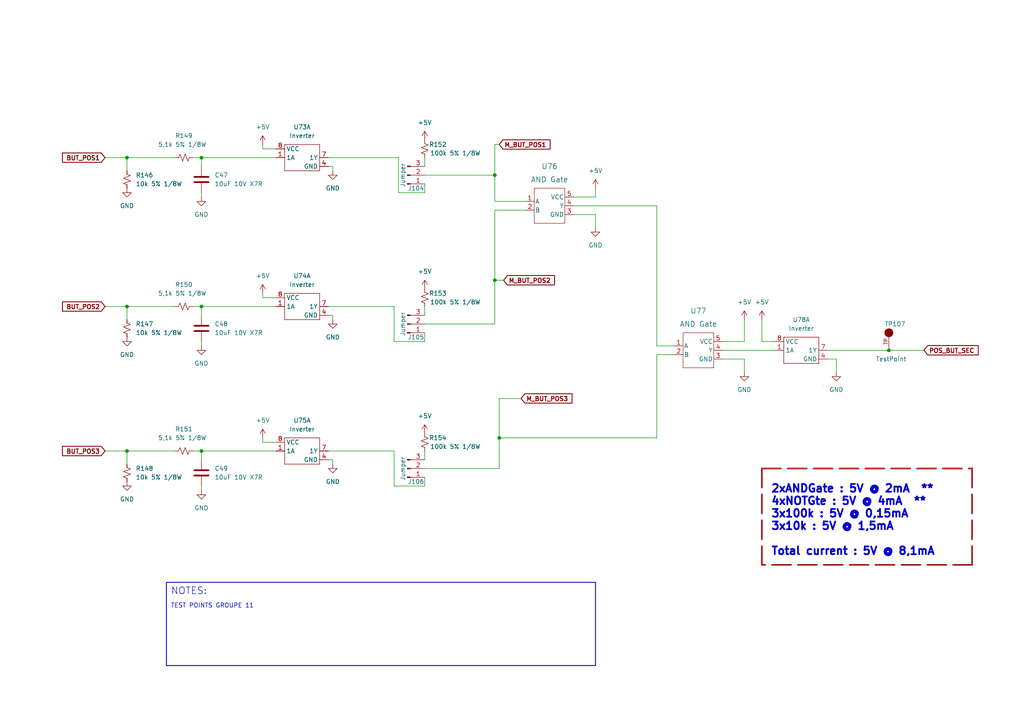
<source format=kicad_sch>
(kicad_sch (version 20211123) (generator eeschema)
  (paper "A4")
  (lib_symbols
    (symbol "Connector:Conn_01x03_Male" (pin_names (offset 1.016) hide)
      (property "Reference" "J" (at 0 5.08 0))
      (property "Value" "Conn_01x03_Male" (at 0 -5.08 0))
      (symbol "Conn_01x03_Male_1_1"
        (polyline (pts (xy 1.27 -2.54) (xy 0.8636 -2.54)) (stroke (width 0.1524)))
        (polyline (pts (xy 1.27 0) (xy 0.8636 0)) (stroke (width 0.1524)))
        (polyline (pts (xy 1.27 2.54) (xy 0.8636 2.54)) (stroke (width 0.1524)))
        (rectangle (start 0.8636 -2.413) (end 0 -2.667) (stroke (width 0.1524)) (fill (type outline)))
        (rectangle (start 0.8636 0.127) (end 0 -0.127) (stroke (width 0.1524)) (fill (type outline)))
        (rectangle (start 0.8636 2.667) (end 0 2.413) (stroke (width 0.1524)) (fill (type outline)))
        (pin passive line (at 5.08 2.54 180) (length 3.81) (name "Pin_1") (number "1"))
        (pin passive line (at 5.08 0 180) (length 3.81) (name "Pin_2") (number "2"))
        (pin passive line (at 5.08 -2.54 180) (length 3.81) (name "Pin_3") (number "3"))
      )
    )
    (symbol "Device:C" (pin_numbers hide) (pin_names (offset 0.254))
      (property "Reference" "C" (at 0.635 2.54 0))
      (property "Value" "C" (at 0.635 -2.54 0))
      (symbol "C_0_1"
        (polyline (pts (xy -2.032 -0.762) (xy 2.032 -0.762)) (stroke (width 0.508)))
        (polyline (pts (xy -2.032 0.762) (xy 2.032 0.762)) (stroke (width 0.508)))
      )
      (symbol "C_1_1"
        (pin passive line (at 0 3.81 270) (length 2.794) (name "~") (number "1"))
        (pin passive line (at 0 -3.81 90) (length 2.794) (name "~") (number "2"))
      )
    )
    (symbol "Device:R_Small_US" (pin_numbers hide) (pin_names (offset 0.254) hide)
      (property "Reference" "R" (at 0.762 0.508 0))
      (property "Value" "R_Small_US" (at 0.762 -1.016 0))
      (symbol "R_Small_US_1_1"
        (polyline (pts (xy 0 0) (xy 1.016 -0.381) (xy 0 -0.762) (xy -1.016 -1.143) (xy 0 -1.524)))
        (polyline (pts (xy 0 1.524) (xy 1.016 1.143) (xy 0 0.762) (xy -1.016 0.381) (xy 0 0)))
        (pin passive line (at 0 2.54 270) (length 1.016) (name "~") (number "1"))
        (pin passive line (at 0 -2.54 90) (length 1.016) (name "~") (number "2"))
      )
    )
    (symbol "SymLib:5005" (pin_names (offset 1.016))
      (property "Reference" "TP" (at -2.54 2.54 0))
      (property "Value" "5005" (at -2.54 -3.81 0))
      (symbol "5005_0_0"
        (circle (center 0 0) (radius 0.635) (stroke (width 1.27)))
        (pin passive line (at -5.08 0 0) (length 5.08) (name "~") (number "TP"))
      )
    )
    (symbol "SymLib:SN74LVC1G08DBVR" (pin_names (offset 0.254))
      (property "Reference" "U" (at 25.4 10.16 0))
      (property "Value" "SN74LVC1G08DBVR" (at 25.4 7.62 0))
      (symbol "SN74LVC1G08DBVR_0_1"
        (polyline (pts (xy 20.32 -7.62) (xy 29.21 -7.62)) (stroke (width 0.127)))
        (polyline (pts (xy 20.32 2.54) (xy 20.32 -7.62)) (stroke (width 0.127)))
        (polyline (pts (xy 29.21 -7.62) (xy 29.21 2.54)) (stroke (width 0.127)))
        (polyline (pts (xy 29.21 2.54) (xy 20.32 2.54)) (stroke (width 0.127)))
        (pin input line (at 17.78 -1.27 0) (length 2.54) (name "A") (number "1"))
        (pin input line (at 17.78 -3.81 0) (length 2.54) (name "B") (number "2"))
        (pin power_in line (at 31.75 -5.08 180) (length 2.54) (name "GND") (number "3"))
        (pin output line (at 31.75 -2.54 180) (length 2.54) (name "Y") (number "4"))
        (pin power_in line (at 31.75 0 180) (length 2.54) (name "VCC") (number "5"))
      )
    )
    (symbol "SymLib:SN74LVC3G14DCUT_V2"
      (property "Reference" "U" (at -3.81 5.08 0))
      (property "Value" "SN74LVC3G14DCUT_V2" (at 0 -5.08 0))
      (symbol "SN74LVC3G14DCUT_V2_0_1"
        (rectangle (start -5.08 -3.81) (end 5.08 -3.81))
        (rectangle (start -5.08 3.81) (end -5.08 -3.81))
        (rectangle (start -5.08 3.81) (end 5.08 3.81))
        (rectangle (start 5.08 3.81) (end 5.08 -3.81))
      )
      (symbol "SN74LVC3G14DCUT_V2_1_1"
        (pin bidirectional line (at -7.62 0 0) (length 2.54) (name "1A") (number "1"))
        (pin bidirectional line (at 7.62 -2.54 180) (length 2.54) (name "GND") (number "4"))
        (pin output line (at 7.62 0 180) (length 2.54) (name "1Y") (number "7"))
        (pin bidirectional line (at -7.62 2.54 0) (length 2.54) (name "VCC") (number "8"))
      )
      (symbol "SN74LVC3G14DCUT_V2_2_1"
        (pin bidirectional line (at -7.62 0 0) (length 2.54) (name "2A") (number "3"))
        (pin output line (at 7.62 0 180) (length 2.54) (name "2Y") (number "5"))
      )
      (symbol "SN74LVC3G14DCUT_V2_3_1"
        (pin output line (at 7.62 0 180) (length 2.54) (name "3Y") (number "2"))
        (pin bidirectional line (at -7.62 0 0) (length 2.54) (name "3A") (number "6"))
      )
    )
    (symbol "power:+5V" (power) (pin_names (offset 0))
      (property "Value" "+5V" (at 0 3.556 0))
      (symbol "+5V_0_1"
        (polyline (pts (xy -0.762 1.27) (xy 0 2.54)))
        (polyline (pts (xy 0 0) (xy 0 2.54)))
        (polyline (pts (xy 0 2.54) (xy 0.762 1.27)))
      )
      (symbol "+5V_1_1"
        (pin power_in line (at 0 0 90) (length 0) hide (name "+5V") (number "1"))
      )
    )
    (symbol "power:GND" (power) (pin_names (offset 0))
      (property "Value" "GND" (at 0 -3.81 0))
      (symbol "GND_0_1"
        (polyline (pts (xy 0 0) (xy 0 -1.27) (xy 1.27 -1.27) (xy 0 -2.54) (xy -1.27 -1.27) (xy 0 -1.27)))
      )
      (symbol "GND_1_1"
        (pin power_in line (at 0 0 270) (length 0) hide (name "GND") (number "1"))
      )
    )
  )
  (junction (at 257.81 101.6))
  (junction (at 143.51 81.28))
  (junction (at 58.42 88.9))
  (junction (at 36.83 45.72))
  (junction (at 58.42 45.72))
  (junction (at 36.83 88.9))
  (junction (at 143.51 50.8))
  (junction (at 58.42 130.81))
  (junction (at 36.83 130.81))
  (junction (at 144.78 127))
  (wire (pts (xy 123.19 91.44) (xy 123.19 88.9)))
  (wire (pts (xy 123.19 135.89) (xy 144.78 135.89)))
  (wire (pts (xy 80.01 43.18) (xy 76.2 43.18)))
  (wire (pts (xy 144.78 41.91) (xy 143.51 41.91)))
  (wire (pts (xy 58.42 130.81) (xy 58.42 133.35)))
  (wire (pts (xy 209.55 99.06) (xy 215.9 99.06)))
  (wire (pts (xy 114.3 140.97) (xy 114.3 130.81)))
  (wire (pts (xy 123.19 50.8) (xy 143.51 50.8)))
  (wire (pts (xy 144.78 127) (xy 190.5 127)))
  (polyline (pts (xy 48.26 168.91) (xy 48.26 193.04)) (stroke (width 0.25) (type solid)))
  (wire (pts (xy 151.13 115.57) (xy 144.78 115.57)))
  (wire (pts (xy 58.42 45.72) (xy 55.88 45.72)))
  (wire (pts (xy 190.5 59.69) (xy 190.5 100.33)))
  (wire (pts (xy 95.25 91.44) (xy 96.52 91.44)))
  (wire (pts (xy 115.57 45.72) (xy 95.25 45.72)))
  (wire (pts (xy 123.19 48.26) (xy 123.19 45.72)))
  (wire (pts (xy 36.83 130.81) (xy 50.8 130.81)))
  (wire (pts (xy 36.83 130.81) (xy 36.83 134.62)))
  (wire (pts (xy 58.42 45.72) (xy 80.01 45.72)))
  (polyline (pts (xy 220.98 135.89) (xy 281.94 135.89)) (stroke (width 0.5) (type dash) (color 168 29 29 1)))
  (wire (pts (xy 143.51 60.96) (xy 143.51 81.28)))
  (wire (pts (xy 114.3 99.06) (xy 114.3 88.9)))
  (wire (pts (xy 58.42 130.81) (xy 80.01 130.81)))
  (wire (pts (xy 123.19 96.52) (xy 123.19 99.06)))
  (polyline (pts (xy 172.72 193.04) (xy 48.26 193.04)) (stroke (width 0.25) (type solid)))
  (wire (pts (xy 215.9 104.14) (xy 215.9 107.95)))
  (wire (pts (xy 95.25 88.9) (xy 114.3 88.9)))
  (wire (pts (xy 58.42 88.9) (xy 58.42 91.44)))
  (wire (pts (xy 123.19 53.34) (xy 123.19 55.88)))
  (wire (pts (xy 114.3 130.81) (xy 95.25 130.81)))
  (wire (pts (xy 215.9 92.71) (xy 215.9 99.06)))
  (wire (pts (xy 166.37 59.69) (xy 190.5 59.69)))
  (wire (pts (xy 123.19 55.88) (xy 115.57 55.88)))
  (wire (pts (xy 144.78 135.89) (xy 144.78 127)))
  (wire (pts (xy 123.19 99.06) (xy 114.3 99.06)))
  (wire (pts (xy 123.19 93.98) (xy 143.51 93.98)))
  (wire (pts (xy 58.42 130.81) (xy 55.88 130.81)))
  (wire (pts (xy 257.81 101.6) (xy 267.97 101.6)))
  (wire (pts (xy 76.2 43.18) (xy 76.2 41.91)))
  (wire (pts (xy 36.83 45.72) (xy 50.8 45.72)))
  (wire (pts (xy 95.25 48.26) (xy 96.52 48.26)))
  (polyline (pts (xy 238.76 111.76) (xy 238.76 111.76)))
  (wire (pts (xy 30.48 45.72) (xy 36.83 45.72)))
  (wire (pts (xy 172.72 62.23) (xy 172.72 66.04)))
  (wire (pts (xy 96.52 134.62) (xy 96.52 133.35)))
  (wire (pts (xy 166.37 57.15) (xy 172.72 57.15)))
  (wire (pts (xy 224.79 99.06) (xy 220.98 99.06)))
  (wire (pts (xy 143.51 58.42) (xy 152.4 58.42)))
  (wire (pts (xy 190.5 100.33) (xy 195.58 100.33)))
  (wire (pts (xy 143.51 81.28) (xy 143.51 93.98)))
  (polyline (pts (xy 220.98 135.89) (xy 220.98 163.83)) (stroke (width 0.5) (type dash) (color 168 29 29 1)))
  (polyline (pts (xy 281.94 163.83) (xy 220.98 163.83)) (stroke (width 0.5) (type dash) (color 168 29 29 1)))
  (wire (pts (xy 240.03 101.6) (xy 257.81 101.6)))
  (wire (pts (xy 123.19 140.97) (xy 114.3 140.97)))
  (wire (pts (xy 76.2 86.36) (xy 76.2 85.09)))
  (polyline (pts (xy 48.26 168.91) (xy 172.72 168.91)) (stroke (width 0.25) (type solid)))
  (wire (pts (xy 143.51 81.28) (xy 146.05 81.28)))
  (wire (pts (xy 76.2 128.27) (xy 76.2 127)))
  (wire (pts (xy 96.52 92.71) (xy 96.52 91.44)))
  (wire (pts (xy 123.19 133.35) (xy 123.19 130.81)))
  (wire (pts (xy 30.48 130.81) (xy 36.83 130.81)))
  (wire (pts (xy 95.25 133.35) (xy 96.52 133.35)))
  (wire (pts (xy 143.51 50.8) (xy 143.51 58.42)))
  (wire (pts (xy 36.83 88.9) (xy 50.8 88.9)))
  (wire (pts (xy 58.42 88.9) (xy 80.01 88.9)))
  (wire (pts (xy 58.42 99.06) (xy 58.42 100.33)))
  (wire (pts (xy 36.83 88.9) (xy 36.83 92.71)))
  (polyline (pts (xy 172.72 168.91) (xy 172.72 193.04)) (stroke (width 0.25) (type solid)))
  (wire (pts (xy 143.51 41.91) (xy 143.51 50.8)))
  (wire (pts (xy 166.37 62.23) (xy 172.72 62.23)))
  (wire (pts (xy 172.72 54.61) (xy 172.72 57.15)))
  (wire (pts (xy 30.48 88.9) (xy 36.83 88.9)))
  (wire (pts (xy 190.5 127) (xy 190.5 102.87)))
  (wire (pts (xy 80.01 86.36) (xy 76.2 86.36)))
  (wire (pts (xy 209.55 101.6) (xy 224.79 101.6)))
  (wire (pts (xy 123.19 138.43) (xy 123.19 140.97)))
  (wire (pts (xy 36.83 45.72) (xy 36.83 49.53)))
  (wire (pts (xy 58.42 55.88) (xy 58.42 57.15)))
  (wire (pts (xy 58.42 45.72) (xy 58.42 48.26)))
  (polyline (pts (xy 281.94 135.89) (xy 281.94 163.83)) (stroke (width 0.5) (type dash) (color 168 29 29 1)))
  (wire (pts (xy 58.42 88.9) (xy 55.88 88.9)))
  (wire (pts (xy 152.4 60.96) (xy 143.51 60.96)))
  (wire (pts (xy 242.57 104.14) (xy 242.57 107.95)))
  (wire (pts (xy 115.57 55.88) (xy 115.57 45.72)))
  (wire (pts (xy 190.5 102.87) (xy 195.58 102.87)))
  (wire (pts (xy 240.03 104.14) (xy 242.57 104.14)))
  (wire (pts (xy 58.42 140.97) (xy 58.42 142.24)))
  (wire (pts (xy 96.52 49.53) (xy 96.52 48.26)))
  (wire (pts (xy 144.78 115.57) (xy 144.78 127)))
  (wire (pts (xy 80.01 128.27) (xy 76.2 128.27)))
  (wire (pts (xy 209.55 104.14) (xy 215.9 104.14)))
  (wire (pts (xy 220.98 92.71) (xy 220.98 99.06)))
  (text "2xANDGate : 5V @ 2mA  **\n4xNOTGte : 5V @ 4mA  **\n3x100k : 5V @ 0,15mA\n3x10k : 5V @ 1,5mA\n\nTotal current : 5V @ 8,1mA" (at 223.52 161.29 0) (effects (font (size 2.25 2.25) (thickness 0.5) bold) (justify left bottom)))
  (text "NOTES:" (at 49.53 172.72 0) (effects (font (size 2 2)) (justify left bottom)))
  (text "TEST POINTS GROUPE 11" (at 49.53 176.53 0) (effects (font (size 1.27 1.27)) (justify left bottom)))
  (global_label "M_BUT_POS2" (shape input) (at 146.05 81.28 0) (effects (font (thickness 0.254) bold)) (property "Intersheet References" "${INTERSHEET_REFS}" (effects hide)))
  (global_label "M_BUT_POS3" (shape input) (at 151.13 115.57 0) (effects (font (thickness 0.254) bold)) (property "Intersheet References" "${INTERSHEET_REFS}" (effects hide)))
  (global_label "BUT_POS1" (shape input) (at 30.48 45.72 180) (effects (font (thickness 0.254) bold)) (property "Intersheet References" "${INTERSHEET_REFS}" (effects hide)))
  (global_label "BUT_POS2" (shape input) (at 30.48 88.9 180) (effects (font (thickness 0.254) bold)) (property "Intersheet References" "${INTERSHEET_REFS}" (effects hide)))
  (global_label "BUT_POS3" (shape input) (at 30.48 130.81 180) (effects (font (thickness 0.254) bold)) (property "Intersheet References" "${INTERSHEET_REFS}" (effects hide)))
  (global_label "M_BUT_POS1" (shape input) (at 144.78 41.91 0) (effects (font (thickness 0.254) bold)) (property "Intersheet References" "${INTERSHEET_REFS}" (effects hide)))
  (global_label "POS_BUT_SEC" (shape input) (at 267.97 101.6 0) (effects (font (thickness 0.254) bold)) (property "Intersheet References" "${INTERSHEET_REFS}" (effects hide)))
  (symbol (lib_id "power:GND") (at 36.83 97.79 0) (unit 1)
    (property "Reference" "#PWR0417" (effects hide))
    (property "Value" "GND" (at 36.83 102.87 0))
  )
  (symbol (lib_id "power:+5V") (at 123.19 40.64 0) (mirror y) (unit 1)
    (property "Reference" "#PWR0428" (effects hide))
    (property "Value" "+5V" (at 123.19 35.56 0))
  )
  (symbol (lib_id "power:GND") (at 58.42 100.33 0) (unit 1)
    (property "Reference" "#PWR0420" (effects hide))
    (property "Value" "GND" (at 58.42 105.41 0))
  )
  (symbol (lib_id "power:GND") (at 58.42 57.15 0) (unit 1)
    (property "Reference" "#PWR0419" (effects hide))
    (property "Value" "GND" (at 58.42 62.23 0))
  )
  (symbol (lib_id "SymLib:SN74LVC3G14DCUT_V2") (at 87.63 88.9 0) (unit 1)
    (property "Reference" "U74" (at 87.63 80.01 0))
    (property "Value" "Inverter" (at 87.63 82.55 0))
    (property "Footprint" "FootPrint:SN74LVC3G14DCUT" (effects hide))
    (property "DESCRIPTION" "Inverter IC 3 Channel Schmitt Trigger 8-VSSOP" (effects hide))
    (property "MANUFACTURER" "Texas Instruments" (effects hide))
    (property "PACKAGE" "8-VFSOP (0.091\", 2.30mm Width)" (effects hide))
    (property "PART NUMBER" "SN74LVC3G14DCUT" (effects hide))
    (property "TYPE" "SMD" (effects hide))
  )
  (symbol (lib_id "SymLib:SN74LVC3G14DCUT_V2") (at 232.41 101.6 0) (unit 1)
    (property "Reference" "U78" (at 232.41 92.71 0))
    (property "Value" "Inverter" (at 232.41 95.25 0))
    (property "Footprint" "FootPrint:SN74LVC3G14DCUT" (effects hide))
    (property "DESCRIPTION" "Inverter IC 3 Channel Schmitt Trigger 8-VSSOP" (effects hide))
    (property "MANUFACTURER" "Texas Instruments" (effects hide))
    (property "PACKAGE" "8-VFSOP (0.091\", 2.30mm Width)" (effects hide))
    (property "PART NUMBER" "SN74LVC3G14DCUT" (effects hide))
    (property "TYPE" "SMD" (effects hide))
  )
  (symbol (lib_id "Device:R_Small_US") (at 53.34 88.9 90) (unit 1)
    (property "Reference" "R150" (at 53.34 82.55 90))
    (property "Value" "5,1k 5% 1/8W " (at 53.34 85.09 90))
    (property "Footprint" "Resistor_SMD:R_0805_2012Metric" (effects hide))
    (property "MANUFACTURER" "Panasonic Electronic Components" (effects hide))
    (property "PACKAGE" "0805 (2012 Metric)" (effects hide))
    (property "PART NUMBER" "ERJ-6GEYJ512V" (effects hide))
    (property "TYPE" "SMD" (effects hide))
    (property "DESCRIPTION" "5.1 kOhms ±5% 0.125W, 1/8W Chip Resistor 0805 (2012 Metric) Automotive AEC-Q200 Thick Film" (effects hide))
  )
  (symbol (lib_id "Device:R_Small_US") (at 123.19 128.27 180) (unit 1)
    (property "Reference" "R154" (at 127 127 0))
    (property "Value" "100k 5% 1/8W" (at 132.08 129.54 0))
    (property "Footprint" "Resistor_SMD:R_0805_2012Metric" (effects hide))
    (property "MANUFACTURER" "Panasonic Electronic Components" (effects hide))
    (property "PACKAGE" "0805 (2012 Metric)" (effects hide))
    (property "PART NUMBER" "ERJ-6GEYJ104V" (effects hide))
    (property "TYPE" "SMD" (effects hide))
    (property "DESCRIPTION" "100 kOhms ±5% 0.125W, 1/8W Chip Resistor 0805 (2012 Metric) Automotive AEC-Q200 Thick Film" (effects hide))
  )
  (symbol (lib_id "power:GND") (at 58.42 142.24 0) (unit 1)
    (property "Reference" "#PWR0421" (effects hide))
    (property "Value" "GND" (at 58.42 147.32 0))
  )
  (symbol (lib_id "power:GND") (at 172.72 66.04 0) (unit 1)
    (property "Reference" "#PWR0432" (effects hide))
    (property "Value" "GND" (at 172.72 71.12 0))
  )
  (symbol (lib_id "power:+5V") (at 76.2 85.09 0) (unit 1)
    (property "Reference" "#PWR0423" (effects hide))
    (property "Value" "+5V" (at 76.2 80.01 0))
  )
  (symbol (lib_id "Device:R_Small_US") (at 53.34 130.81 90) (unit 1)
    (property "Reference" "R151" (at 53.34 124.46 90))
    (property "Value" "5,1k 5% 1/8W " (at 53.34 127 90))
    (property "Footprint" "Resistor_SMD:R_0805_2012Metric" (effects hide))
    (property "MANUFACTURER" "Panasonic Electronic Components" (effects hide))
    (property "PACKAGE" "0805 (2012 Metric)" (effects hide))
    (property "PART NUMBER" "ERJ-6GEYJ512V" (effects hide))
    (property "TYPE" "SMD" (effects hide))
    (property "DESCRIPTION" "5.1 kOhms ±5% 0.125W, 1/8W Chip Resistor 0805 (2012 Metric) Automotive AEC-Q200 Thick Film" (effects hide))
  )
  (symbol (lib_id "power:GND") (at 96.52 49.53 0) (unit 1)
    (property "Reference" "#PWR0425" (effects hide))
    (property "Value" "GND" (at 96.52 54.61 0))
  )
  (symbol (lib_id "power:+5V") (at 76.2 41.91 0) (unit 1)
    (property "Reference" "#PWR0422" (effects hide))
    (property "Value" "+5V" (at 76.2 36.83 0))
  )
  (symbol (lib_id "Connector:Conn_01x03_Male") (at 118.11 50.8 0) (mirror x) (unit 1)
    (property "Reference" "J104" (at 120.65 54.61 0))
    (property "Value" "Jumper" (at 116.84 50.8 90))
    (property "Footprint" "Connector_PinHeader_2.54mm:PinHeader_1x03_P2.54mm_Vertical" (effects hide))
    (property "DESCRIPTION" "CONN HEADER VERT 3POS 2.54MM" (effects hide))
    (property "MANUFACTURER" "Würth Elektronik" (effects hide))
    (property "PACKAGE" "Square 0.100\" (2.54mm)" (effects hide))
    (property "PART NUMBER" "61300311121" (effects hide))
    (property "TYPE" "Through Hole" (effects hide))
  )
  (symbol (lib_id "power:+5V") (at 123.19 83.82 0) (mirror y) (unit 1)
    (property "Reference" "#PWR0429" (effects hide))
    (property "Value" "+5V" (at 123.19 78.74 0))
  )
  (symbol (lib_id "power:GND") (at 36.83 54.61 0) (unit 1)
    (property "Reference" "#PWR0416" (effects hide))
    (property "Value" "GND" (at 36.83 59.69 0))
  )
  (symbol (lib_id "Connector:Conn_01x03_Male") (at 118.11 93.98 0) (mirror x) (unit 1)
    (property "Reference" "J105" (at 120.65 97.79 0))
    (property "Value" "Jumper" (at 116.84 93.98 90))
    (property "Footprint" "Connector_PinHeader_2.54mm:PinHeader_1x03_P2.54mm_Vertical" (effects hide))
    (property "DESCRIPTION" "CONN HEADER VERT 3POS 2.54MM" (effects hide))
    (property "MANUFACTURER" "Würth Elektronik" (effects hide))
    (property "PACKAGE" "Square 0.100\" (2.54mm)" (effects hide))
    (property "PART NUMBER" "61300311121" (effects hide))
    (property "TYPE" "Through Hole" (effects hide))
  )
  (symbol (lib_id "power:+5V") (at 123.19 125.73 0) (mirror y) (unit 1)
    (property "Reference" "#PWR0430" (effects hide))
    (property "Value" "+5V" (at 123.19 120.65 0))
  )
  (symbol (lib_id "Device:R_Small_US") (at 53.34 45.72 90) (unit 1)
    (property "Reference" "R149" (at 53.34 39.37 90))
    (property "Value" "5,1k 5% 1/8W " (at 53.34 41.91 90))
    (property "Footprint" "Resistor_SMD:R_0805_2012Metric" (effects hide))
    (property "MANUFACTURER" "Panasonic Electronic Components" (effects hide))
    (property "PACKAGE" "0805 (2012 Metric)" (effects hide))
    (property "PART NUMBER" "ERJ-6GEYJ512V" (effects hide))
    (property "TYPE" "SMD" (effects hide))
    (property "DESCRIPTION" "5.1 kOhms ±5% 0.125W, 1/8W Chip Resistor 0805 (2012 Metric) Automotive AEC-Q200 Thick Film" (effects hide))
  )
  (symbol (lib_id "Device:C") (at 58.42 137.16 0) (unit 1)
    (property "Reference" "C49" (at 62.23 135.8899 0) (effects (justify left)))
    (property "Value" "10uF 10V X7R" (at 62.23 138.4299 0) (effects (justify left)))
    (property "Footprint" "Capacitor_SMD:C_0805_2012Metric" (effects hide))
    (property "MANUFACTURER" "Murata Electronics" (effects hide))
    (property "PACKAGE" "0805 (2012 Metric)" (effects hide))
    (property "PART NUMBER" "GRM21BR71A106KA73L" (effects hide))
    (property "TYPE" "SMD" (effects hide))
    (property "DESCRIPTION" "10 µF ±10% 10V Ceramic Capacitor X7R 0805 (2012 Metric)" (effects hide))
  )
  (symbol (lib_id "power:+5V") (at 220.98 92.71 0) (unit 1)
    (property "Reference" "#PWR0435" (effects hide))
    (property "Value" "+5V" (at 220.98 87.63 0))
  )
  (symbol (lib_id "SymLib:5005") (at 257.81 96.52 90) (unit 1)
    (property "Reference" "TP107" (at 256.54 93.98 90) (effects (justify right)))
    (property "Value" "TestPoint" (at 254 104.14 90) (effects (justify right)))
    (property "Footprint" "FootPrint:KEYSTONE_5005" (effects hide))
    (property "MF" "Keystone Electronics" (effects hide))
    (property "DESCRIPTION" "PC TEST POINT COMPACT RED" (effects hide))
    (property "PACKAGE" "0.125\" Dia x 0.220\" L " (effects hide))
    (property "PRICE" "None" (effects hide))
    (property "MP" "5005" (effects hide))
    (property "AVAILABILITY" "In Stock" (effects hide))
    (property "PURCHASE-URL" "https://pricing.snapeda.com/search/part/5005/?ref=eda" (effects hide))
    (property "MANUFACTURER" "Keystone Electronics" (effects hide))
    (property "PART NUMBER" "5005" (effects hide))
    (property "TYPE" "Through Hole" (effects hide))
  )
  (symbol (lib_id "SymLib:SN74LVC3G14DCUT_V2") (at 87.63 45.72 0) (unit 1)
    (property "Reference" "U73" (at 87.63 36.83 0))
    (property "Value" "Inverter" (at 87.63 39.37 0))
    (property "Footprint" "FootPrint:SN74LVC3G14DCUT" (effects hide))
    (property "DESCRIPTION" "Inverter IC 3 Channel Schmitt Trigger 8-VSSOP" (effects hide))
    (property "MANUFACTURER" "Texas Instruments" (effects hide))
    (property "PACKAGE" "8-VFSOP (0.091\", 2.30mm Width)" (effects hide))
    (property "PART NUMBER" "SN74LVC3G14DCUT" (effects hide))
    (property "TYPE" "SMD" (effects hide))
  )
  (symbol (lib_id "Device:R_Small_US") (at 36.83 52.07 0) (unit 1)
    (property "Reference" "R146" (at 39.37 50.7999 0) (effects (justify left)))
    (property "Value" "10k 5% 1/8W" (at 39.37 53.3399 0) (effects (justify left)))
    (property "Footprint" "Resistor_SMD:R_0805_2012Metric" (effects hide))
    (property "PACKAGE" "0805 (2012 Metric)" (effects hide))
    (property "PART NUMBER" "ERJ-6GEYJ103V" (effects hide))
    (property "TYPE" "SMD" (effects hide))
    (property "MANUFACTURER" "Panasonic Electronic Components" (effects hide))
    (property "DESCRIPTION" "10 kOhms ±5% 0.125W, 1/8W Chip Resistor 0805 (2012 Metric) Automotive AEC-Q200 Thick Film" (effects hide))
  )
  (symbol (lib_id "Device:C") (at 58.42 52.07 0) (unit 1)
    (property "Reference" "C47" (at 62.23 50.7999 0) (effects (justify left)))
    (property "Value" "10uF 10V X7R" (at 62.23 53.3399 0) (effects (justify left)))
    (property "Footprint" "Capacitor_SMD:C_0805_2012Metric" (effects hide))
    (property "MANUFACTURER" "Murata Electronics" (effects hide))
    (property "PACKAGE" "0805 (2012 Metric)" (effects hide))
    (property "PART NUMBER" "GRM21BR71A106KA73L" (effects hide))
    (property "TYPE" "SMD" (effects hide))
    (property "DESCRIPTION" "10 µF ±10% 10V Ceramic Capacitor X7R 0805 (2012 Metric)" (effects hide))
  )
  (symbol (lib_id "Device:R_Small_US") (at 36.83 137.16 0) (unit 1)
    (property "Reference" "R148" (at 39.37 135.8899 0) (effects (justify left)))
    (property "Value" "10k 5% 1/8W" (at 39.37 138.4299 0) (effects (justify left)))
    (property "Footprint" "Resistor_SMD:R_0805_2012Metric" (effects hide))
    (property "PACKAGE" "0805 (2012 Metric)" (effects hide))
    (property "PART NUMBER" "ERJ-6GEYJ103V" (effects hide))
    (property "TYPE" "SMD" (effects hide))
    (property "MANUFACTURER" "Panasonic Electronic Components" (effects hide))
    (property "DESCRIPTION" "10 kOhms ±5% 0.125W, 1/8W Chip Resistor 0805 (2012 Metric) Automotive AEC-Q200 Thick Film" (effects hide))
  )
  (symbol (lib_id "Device:R_Small_US") (at 123.19 86.36 180) (unit 1)
    (property "Reference" "R153" (at 127 85.09 0))
    (property "Value" "100k 5% 1/8W" (at 132.08 87.63 0))
    (property "Footprint" "Resistor_SMD:R_0805_2012Metric" (effects hide))
    (property "MANUFACTURER" "Panasonic Electronic Components" (effects hide))
    (property "PACKAGE" "0805 (2012 Metric)" (effects hide))
    (property "PART NUMBER" "ERJ-6GEYJ104V" (effects hide))
    (property "TYPE" "SMD" (effects hide))
    (property "DESCRIPTION" "100 kOhms ±5% 0.125W, 1/8W Chip Resistor 0805 (2012 Metric) Automotive AEC-Q200 Thick Film" (effects hide))
  )
  (symbol (lib_id "power:GND") (at 215.9 107.95 0) (unit 1)
    (property "Reference" "#PWR0434" (effects hide))
    (property "Value" "GND" (at 215.9 113.03 0))
  )
  (symbol (lib_id "power:GND") (at 242.57 107.95 0) (unit 1)
    (property "Reference" "#PWR0436" (effects hide))
    (property "Value" "GND" (at 242.57 113.03 0))
  )
  (symbol (lib_id "power:GND") (at 96.52 92.71 0) (unit 1)
    (property "Reference" "#PWR0426" (effects hide))
    (property "Value" "GND" (at 96.52 97.79 0))
  )
  (symbol (lib_id "SymLib:SN74LVC1G08DBVR") (at 177.8 99.06 0) (unit 1)
    (property "Reference" "U77" (at 202.565 90.17 0) (effects (font (size 1.524 1.524))))
    (property "Value" "AND Gate" (at 202.565 93.98 0) (effects (font (size 1.524 1.524))))
    (property "Footprint" "FootPrint:SOT95P270X145-5N" (effects hide))
    (property "DESCRIPTION" "AND Gate IC 1 Channel SOT-23-5" (effects hide))
    (property "MANUFACTURER" "Texas Instruments" (effects hide))
    (property "PACKAGE" "SC-74A, SOT-753" (effects hide))
    (property "PART NUMBER" "SN74LVC1G08DBVR" (effects hide))
    (property "TYPE" "SMD" (effects hide))
  )
  (symbol (lib_id "SymLib:SN74LVC1G08DBVR") (at 134.62 57.15 0) (unit 1)
    (property "Reference" "U76" (at 159.385 48.26 0) (effects (font (size 1.524 1.524))))
    (property "Value" "AND Gate" (at 159.385 52.07 0) (effects (font (size 1.524 1.524))))
    (property "Footprint" "FootPrint:SOT95P270X145-5N" (effects hide))
    (property "DESCRIPTION" "AND Gate IC 1 Channel SOT-23-5" (effects hide))
    (property "MANUFACTURER" "Texas Instruments" (effects hide))
    (property "PACKAGE" "SC-74A, SOT-753" (effects hide))
    (property "PART NUMBER" "SN74LVC1G08DBVR" (effects hide))
    (property "TYPE" "SMD" (effects hide))
  )
  (symbol (lib_id "SymLib:SN74LVC3G14DCUT_V2") (at 87.63 130.81 0) (unit 1)
    (property "Reference" "U75" (at 87.63 121.92 0))
    (property "Value" "Inverter" (at 87.63 124.46 0))
    (property "Footprint" "FootPrint:SN74LVC3G14DCUT" (effects hide))
    (property "DESCRIPTION" "Inverter IC 3 Channel Schmitt Trigger 8-VSSOP" (effects hide))
    (property "MANUFACTURER" "Texas Instruments" (effects hide))
    (property "PACKAGE" "8-VFSOP (0.091\", 2.30mm Width)" (effects hide))
    (property "PART NUMBER" "SN74LVC3G14DCUT" (effects hide))
    (property "TYPE" "SMD" (effects hide))
  )
  (symbol (lib_id "Device:R_Small_US") (at 36.83 95.25 0) (unit 1)
    (property "Reference" "R147" (at 39.37 93.9799 0) (effects (justify left)))
    (property "Value" "10k 5% 1/8W" (at 39.37 96.5199 0) (effects (justify left)))
    (property "Footprint" "Resistor_SMD:R_0805_2012Metric" (effects hide))
    (property "PACKAGE" "0805 (2012 Metric)" (effects hide))
    (property "PART NUMBER" "ERJ-6GEYJ103V" (effects hide))
    (property "TYPE" "SMD" (effects hide))
    (property "MANUFACTURER" "Panasonic Electronic Components" (effects hide))
    (property "DESCRIPTION" "10 kOhms ±5% 0.125W, 1/8W Chip Resistor 0805 (2012 Metric) Automotive AEC-Q200 Thick Film" (effects hide))
  )
  (symbol (lib_id "Device:C") (at 58.42 95.25 0) (unit 1)
    (property "Reference" "C48" (at 62.23 93.9799 0) (effects (justify left)))
    (property "Value" "10uF 10V X7R" (at 62.23 96.5199 0) (effects (justify left)))
    (property "Footprint" "Capacitor_SMD:C_0805_2012Metric" (effects hide))
    (property "MANUFACTURER" "Murata Electronics" (effects hide))
    (property "PACKAGE" "0805 (2012 Metric)" (effects hide))
    (property "PART NUMBER" "GRM21BR71A106KA73L" (effects hide))
    (property "TYPE" "SMD" (effects hide))
    (property "DESCRIPTION" "10 µF ±10% 10V Ceramic Capacitor X7R 0805 (2012 Metric)" (effects hide))
  )
  (symbol (lib_id "Connector:Conn_01x03_Male") (at 118.11 135.89 0) (mirror x) (unit 1)
    (property "Reference" "J106" (at 120.65 139.7 0))
    (property "Value" "Jumper" (at 116.84 135.89 90))
    (property "Footprint" "Connector_PinHeader_2.54mm:PinHeader_1x03_P2.54mm_Vertical" (effects hide))
    (property "DESCRIPTION" "CONN HEADER VERT 3POS 2.54MM" (effects hide))
    (property "MANUFACTURER" "Würth Elektronik" (effects hide))
    (property "PACKAGE" "Square 0.100\" (2.54mm)" (effects hide))
    (property "PART NUMBER" "61300311121" (effects hide))
    (property "TYPE" "Through Hole" (effects hide))
  )
  (symbol (lib_id "power:GND") (at 36.83 139.7 0) (unit 1)
    (property "Reference" "#PWR0418" (effects hide))
    (property "Value" "GND" (at 36.83 144.78 0))
  )
  (symbol (lib_id "power:+5V") (at 76.2 127 0) (unit 1)
    (property "Reference" "#PWR0424" (effects hide))
    (property "Value" "+5V" (at 76.2 121.92 0))
  )
  (symbol (lib_id "Device:R_Small_US") (at 123.19 43.18 180) (unit 1)
    (property "Reference" "R152" (at 127 41.91 0))
    (property "Value" "100k 5% 1/8W" (at 132.08 44.45 0))
    (property "Footprint" "Resistor_SMD:R_0805_2012Metric" (effects hide))
    (property "MANUFACTURER" "Panasonic Electronic Components" (effects hide))
    (property "PACKAGE" "0805 (2012 Metric)" (effects hide))
    (property "PART NUMBER" "ERJ-6GEYJ104V" (effects hide))
    (property "TYPE" "SMD" (effects hide))
    (property "DESCRIPTION" "100 kOhms ±5% 0.125W, 1/8W Chip Resistor 0805 (2012 Metric) Automotive AEC-Q200 Thick Film" (effects hide))
  )
  (symbol (lib_id "power:GND") (at 96.52 134.62 0) (unit 1)
    (property "Reference" "#PWR0427" (effects hide))
    (property "Value" "GND" (at 96.52 139.7 0))
  )
  (symbol (lib_id "power:+5V") (at 172.72 54.61 0) (unit 1)
    (property "Reference" "#PWR0431" (effects hide))
    (property "Value" "+5V" (at 172.72 49.53 0))
  )
  (symbol (lib_id "power:+5V") (at 215.9 92.71 0) (unit 1)
    (property "Reference" "#PWR0433" (effects hide))
    (property "Value" "+5V" (at 215.9 87.63 0))
  )
)
</source>
